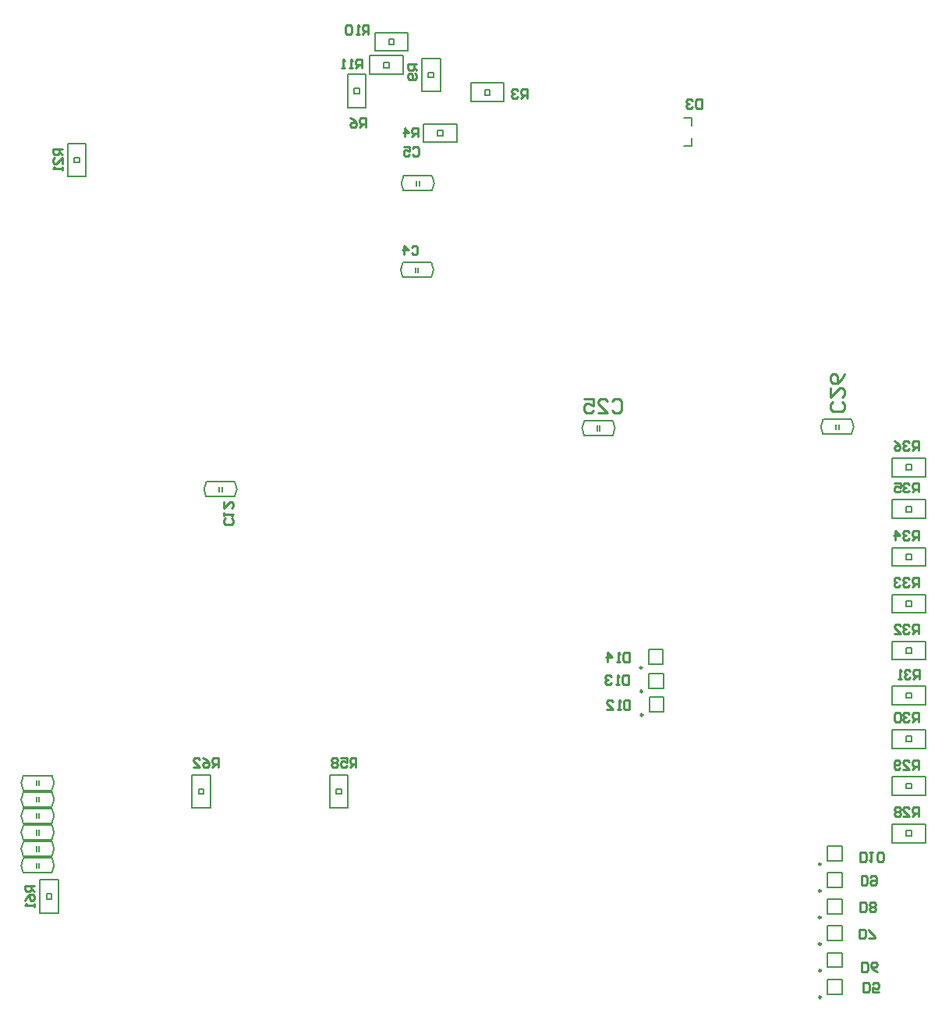
<source format=gbo>
G04*
G04 #@! TF.GenerationSoftware,Altium Limited,Altium Designer,20.0.13 (296)*
G04*
G04 Layer_Color=32896*
%FSLAX44Y44*%
%MOMM*%
G71*
G01*
G75*
%ADD10C,0.2500*%
%ADD12C,0.2000*%
%ADD13C,0.1500*%
%ADD18C,0.2540*%
D10*
X689250Y371900D02*
G03*
X689250Y371900I-1250J0D01*
G01*
X688400Y423180D02*
G03*
X688400Y423180I-1250J0D01*
G01*
X688650Y397540D02*
G03*
X688650Y397540I-1250J0D01*
G01*
X882650Y181250D02*
G03*
X882650Y181250I-1250J0D01*
G01*
Y65650D02*
G03*
X882650Y65650I-1250J0D01*
G01*
Y152350D02*
G03*
X882650Y152350I-1250J0D01*
G01*
Y210150D02*
G03*
X882650Y210150I-1250J0D01*
G01*
Y94550D02*
G03*
X882650Y94550I-1250J0D01*
G01*
Y123450D02*
G03*
X882650Y123450I-1250J0D01*
G01*
D12*
X712150Y375500D02*
Y391500D01*
X696550D02*
X712150D01*
X696550Y375500D02*
X712150D01*
X696550D02*
Y391500D01*
X711300Y426780D02*
Y442780D01*
X695700D02*
X711300D01*
X695700Y426780D02*
X711300D01*
X695700D02*
Y442780D01*
X711550Y401140D02*
Y417140D01*
X695950D02*
X711550D01*
X695950Y401140D02*
X711550D01*
X695950D02*
Y417140D01*
X905550Y184850D02*
Y200850D01*
X889950D02*
X905550D01*
X889950Y184850D02*
X905550D01*
X889950D02*
Y200850D01*
X905550Y69250D02*
Y85250D01*
X889950D02*
X905550D01*
X889950Y69250D02*
X905550D01*
X889950D02*
Y85250D01*
X905550Y155950D02*
Y171950D01*
X889950D02*
X905550D01*
X889950Y155950D02*
X905550D01*
X889950D02*
Y171950D01*
X905550Y213750D02*
Y229750D01*
X889950D02*
X905550D01*
X889950Y213750D02*
X905550D01*
X889950D02*
Y229750D01*
X905550Y98150D02*
Y114150D01*
X889950D02*
X905550D01*
X889950Y98150D02*
X905550D01*
X889950D02*
Y114150D01*
X905550Y127050D02*
Y143050D01*
X889950D02*
X905550D01*
X889950Y127050D02*
X905550D01*
X889950D02*
Y143050D01*
X733500Y989500D02*
X742500D01*
Y997500D01*
X733500Y1019500D02*
X742500D01*
Y1011500D02*
Y1019500D01*
D13*
X884900Y692400D02*
G03*
X884796Y676488I12064J-8036D01*
G01*
X915800Y676600D02*
G03*
X915904Y692513I-12064J8036D01*
G01*
X460300Y940850D02*
G03*
X460405Y956762I-12064J8036D01*
G01*
X429400Y956650D02*
G03*
X429296Y940738I12064J-8036D01*
G01*
X625650Y690900D02*
G03*
X625546Y674987I12064J-8036D01*
G01*
X656550Y675100D02*
G03*
X656655Y691012I-12064J8036D01*
G01*
X459600Y846850D02*
G03*
X459705Y862763I-12064J8036D01*
G01*
X428700Y862650D02*
G03*
X428595Y846738I12064J-8036D01*
G01*
X215150Y624650D02*
G03*
X215046Y608737I12064J-8036D01*
G01*
X246050Y608850D02*
G03*
X246154Y624762I-12064J8036D01*
G01*
X16650Y216650D02*
G03*
X16545Y200737I12064J-8036D01*
G01*
X47550Y200850D02*
G03*
X47655Y216763I-12064J8036D01*
G01*
X16650Y306150D02*
G03*
X16545Y290238I12064J-8036D01*
G01*
X47550Y290350D02*
G03*
X47655Y306262I-12064J8036D01*
G01*
X16650Y288250D02*
G03*
X16545Y272337I12064J-8036D01*
G01*
X47550Y272450D02*
G03*
X47655Y288363I-12064J8036D01*
G01*
X16650Y234550D02*
G03*
X16545Y218638I12064J-8036D01*
G01*
X47550Y218750D02*
G03*
X47655Y234663I-12064J8036D01*
G01*
X16650Y252450D02*
G03*
X16545Y236537I12064J-8036D01*
G01*
X47550Y236650D02*
G03*
X47655Y252563I-12064J8036D01*
G01*
X16650Y270350D02*
G03*
X16545Y254438I12064J-8036D01*
G01*
X47550Y254550D02*
G03*
X47655Y270463I-12064J8036D01*
G01*
X899100Y681900D02*
Y687200D01*
X901900Y681900D02*
Y687200D01*
X885000Y692500D02*
X915750D01*
X885000Y676500D02*
X915750D01*
X429500Y940750D02*
X460250D01*
X429500Y956750D02*
X460250D01*
X446400Y946150D02*
Y951450D01*
X443600Y946150D02*
Y951450D01*
X34750Y157000D02*
Y193000D01*
Y157000D02*
X54750D01*
X34750Y193000D02*
X54750D01*
Y157000D02*
Y193000D01*
X47500Y172250D02*
Y177750D01*
X41750Y172250D02*
X47500D01*
X41750D02*
Y177750D01*
X47500D01*
X84750Y956000D02*
Y992000D01*
X64750D02*
X84750D01*
X64750Y956000D02*
X84750D01*
X64750D02*
Y992000D01*
X72000Y971250D02*
Y976750D01*
X77750D01*
Y971250D02*
Y976750D01*
X72000Y971250D02*
X77750D01*
X639850Y680400D02*
Y685700D01*
X642650Y680400D02*
Y685700D01*
X625750Y691000D02*
X656500D01*
X625750Y675000D02*
X656500D01*
X445400Y852050D02*
Y857350D01*
X442600Y852050D02*
Y857350D01*
X428750Y846750D02*
X459500D01*
X428750Y862750D02*
X459500D01*
X349250Y271000D02*
Y307000D01*
Y271000D02*
X369250D01*
X349250Y307000D02*
X369250D01*
Y271000D02*
Y307000D01*
X362000Y286250D02*
Y291750D01*
X356250Y286250D02*
X362000D01*
X356250D02*
Y291750D01*
X362000D01*
X199750Y271000D02*
Y307000D01*
Y271000D02*
X219750D01*
X199750Y307000D02*
X219750D01*
Y271000D02*
Y307000D01*
X212500Y286250D02*
Y291750D01*
X206750Y286250D02*
X212500D01*
X206750D02*
Y291750D01*
X212500D01*
X392750Y1087000D02*
X428750D01*
X392750Y1067000D02*
Y1087000D01*
X428750Y1067000D02*
Y1087000D01*
X392750Y1067000D02*
X428750D01*
X408000Y1074250D02*
X413500D01*
X408000D02*
Y1080000D01*
X413500D01*
Y1074250D02*
Y1080000D01*
X388500Y1031000D02*
Y1067000D01*
X368500D02*
X388500D01*
X368500Y1031000D02*
X388500D01*
X368500D02*
Y1067000D01*
X375750Y1046250D02*
Y1051750D01*
X381500D01*
Y1046250D02*
Y1051750D01*
X375750Y1046250D02*
X381500D01*
X398250Y1112250D02*
X434250D01*
X398250Y1092250D02*
Y1112250D01*
X434250Y1092250D02*
Y1112250D01*
X398250Y1092250D02*
X434250D01*
X413500Y1099500D02*
X419000D01*
X413500D02*
Y1105250D01*
X419000D01*
Y1099500D02*
Y1105250D01*
X451250Y993000D02*
X487250D01*
Y1013000D01*
X451250Y993000D02*
Y1013000D01*
X487250D01*
X466500Y1005750D02*
X472000D01*
Y1000000D02*
Y1005750D01*
X466500Y1000000D02*
X472000D01*
X466500D02*
Y1005750D01*
X502250Y1037500D02*
X538250D01*
Y1057500D01*
X502250Y1037500D02*
Y1057500D01*
X538250D01*
X517500Y1050250D02*
X523000D01*
Y1044500D02*
Y1050250D01*
X517500Y1044500D02*
X523000D01*
X517500D02*
Y1050250D01*
X469250Y1048250D02*
Y1084250D01*
X449250D02*
X469250D01*
X449250Y1048250D02*
X469250D01*
X449250D02*
Y1084250D01*
X456500Y1063500D02*
Y1069000D01*
X462250D01*
Y1063500D02*
Y1069000D01*
X456500Y1063500D02*
X462250D01*
X229350Y614150D02*
Y619450D01*
X232150Y614150D02*
Y619450D01*
X215250Y624750D02*
X246000D01*
X215250Y608750D02*
X246000D01*
X30850Y206150D02*
Y211450D01*
X33650Y206150D02*
Y211450D01*
X16750Y216750D02*
X47500D01*
X16750Y200750D02*
X47500D01*
X30850Y295650D02*
Y300950D01*
X33650Y295650D02*
Y300950D01*
X16750Y306250D02*
X47500D01*
X16750Y290250D02*
X47500D01*
X30850Y277750D02*
Y283050D01*
X33650Y277750D02*
Y283050D01*
X16750Y288350D02*
X47500D01*
X16750Y272350D02*
X47500D01*
X30850Y224050D02*
Y229350D01*
X33650Y224050D02*
Y229350D01*
X16750Y234650D02*
X47500D01*
X16750Y218650D02*
X47500D01*
X30850Y241950D02*
Y247250D01*
X33650Y241950D02*
Y247250D01*
X16750Y252550D02*
X47500D01*
X16750Y236550D02*
X47500D01*
X30850Y259850D02*
Y265150D01*
X33650Y259850D02*
Y265150D01*
X16750Y270450D02*
X47500D01*
X16750Y254450D02*
X47500D01*
X960250Y253500D02*
X996250D01*
X960250Y233500D02*
Y253500D01*
X996250Y233500D02*
Y253500D01*
X960250Y233500D02*
X996250D01*
X975500Y240750D02*
X981000D01*
X975500D02*
Y246500D01*
X981000D01*
Y240750D02*
Y246500D01*
X960250Y304750D02*
X996250D01*
X960250Y284750D02*
Y304750D01*
X996250Y284750D02*
Y304750D01*
X960250Y284750D02*
X996250D01*
X975500Y292000D02*
X981000D01*
X975500D02*
Y297750D01*
X981000D01*
Y292000D02*
Y297750D01*
X960250Y355750D02*
X996250D01*
X960250Y335750D02*
Y355750D01*
X996250Y335750D02*
Y355750D01*
X960250Y335750D02*
X996250D01*
X975500Y343000D02*
X981000D01*
X975500D02*
Y348750D01*
X981000D01*
Y343000D02*
Y348750D01*
X960250Y403000D02*
X996250D01*
X960250Y383000D02*
Y403000D01*
X996250Y383000D02*
Y403000D01*
X960250Y383000D02*
X996250D01*
X975500Y390250D02*
X981000D01*
X975500D02*
Y396000D01*
X981000D01*
Y390250D02*
Y396000D01*
X960250Y451750D02*
X996250D01*
X960250Y431750D02*
Y451750D01*
X996250Y431750D02*
Y451750D01*
X960250Y431750D02*
X996250D01*
X975500Y439000D02*
X981000D01*
X975500D02*
Y444750D01*
X981000D01*
Y439000D02*
Y444750D01*
X960250Y502750D02*
X996250D01*
X960250Y482750D02*
Y502750D01*
X996250Y482750D02*
Y502750D01*
X960250Y482750D02*
X996250D01*
X975500Y490000D02*
X981000D01*
X975500D02*
Y495750D01*
X981000D01*
Y490000D02*
Y495750D01*
X960250Y553500D02*
X996250D01*
X960250Y533500D02*
Y553500D01*
X996250Y533500D02*
Y553500D01*
X960250Y533500D02*
X996250D01*
X975500Y540750D02*
X981000D01*
X975500D02*
Y546500D01*
X981000D01*
Y540750D02*
Y546500D01*
X960250Y605250D02*
X996250D01*
X960250Y585250D02*
Y605250D01*
X996250Y585250D02*
Y605250D01*
X960250Y585250D02*
X996250D01*
X975500Y592500D02*
X981000D01*
X975500D02*
Y598250D01*
X981000D01*
Y592500D02*
Y598250D01*
X960250Y650500D02*
X996250D01*
X960250Y630500D02*
Y650500D01*
X996250Y630500D02*
Y650500D01*
X960250Y630500D02*
X996250D01*
X975500Y637750D02*
X981000D01*
X975500D02*
Y643500D01*
X981000D01*
Y637750D02*
Y643500D01*
D18*
X905828Y711593D02*
X908368Y709054D01*
Y703976D01*
X905828Y701436D01*
X895672D01*
X893132Y703976D01*
Y709054D01*
X895672Y711593D01*
X893132Y726828D02*
Y716672D01*
X903289Y726828D01*
X905828D01*
X908368Y724289D01*
Y719211D01*
X905828Y716672D01*
X908368Y742063D02*
X905828Y736985D01*
X900750Y731907D01*
X895672D01*
X893132Y734446D01*
Y739524D01*
X895672Y742063D01*
X898211D01*
X900750Y739524D01*
Y731907D01*
X655537Y712144D02*
X658076Y714683D01*
X663155D01*
X665694Y712144D01*
Y701987D01*
X663155Y699448D01*
X658076D01*
X655537Y701987D01*
X640302Y699448D02*
X650459D01*
X640302Y709605D01*
Y712144D01*
X642841Y714683D01*
X647920D01*
X650459Y712144D01*
X625067Y714683D02*
X635224D01*
Y707066D01*
X630145Y709605D01*
X627606D01*
X625067Y707066D01*
Y701987D01*
X627606Y699448D01*
X632685D01*
X635224Y701987D01*
X228176Y315448D02*
Y325445D01*
X223178D01*
X221511Y323779D01*
Y320446D01*
X223178Y318780D01*
X228176D01*
X224844D02*
X221511Y315448D01*
X211515Y325445D02*
X214847Y323779D01*
X218179Y320446D01*
Y317114D01*
X216513Y315448D01*
X213181D01*
X211515Y317114D01*
Y318780D01*
X213181Y320446D01*
X218179D01*
X201518Y315448D02*
X208182D01*
X201518Y322113D01*
Y323779D01*
X203184Y325445D01*
X206516D01*
X208182Y323779D01*
X28498Y186913D02*
X18502D01*
Y181915D01*
X20168Y180248D01*
X23500D01*
X25166Y181915D01*
Y186913D01*
Y183581D02*
X28498Y180248D01*
X18502Y170252D02*
X20168Y173584D01*
X23500Y176916D01*
X26832D01*
X28498Y175250D01*
Y171918D01*
X26832Y170252D01*
X25166D01*
X23500Y171918D01*
Y176916D01*
X28498Y166919D02*
Y163587D01*
Y165253D01*
X18502D01*
X20168Y166919D01*
X377742Y315334D02*
Y325331D01*
X372744D01*
X371077Y323665D01*
Y320332D01*
X372744Y318666D01*
X377742D01*
X374410D02*
X371077Y315334D01*
X361081Y325331D02*
X367745D01*
Y320332D01*
X364413Y321998D01*
X362747D01*
X361081Y320332D01*
Y317000D01*
X362747Y315334D01*
X366079D01*
X367745Y317000D01*
X357748Y323665D02*
X356082Y325331D01*
X352750D01*
X351084Y323665D01*
Y321998D01*
X352750Y320332D01*
X351084Y318666D01*
Y317000D01*
X352750Y315334D01*
X356082D01*
X357748Y317000D01*
Y318666D01*
X356082Y320332D01*
X357748Y321998D01*
Y323665D01*
X356082Y320332D02*
X352750D01*
X988672Y658984D02*
Y668981D01*
X983674D01*
X982008Y667315D01*
Y663982D01*
X983674Y662316D01*
X988672D01*
X985340D02*
X982008Y658984D01*
X978675Y667315D02*
X977009Y668981D01*
X973677D01*
X972011Y667315D01*
Y665648D01*
X973677Y663982D01*
X975343D01*
X973677D01*
X972011Y662316D01*
Y660650D01*
X973677Y658984D01*
X977009D01*
X978675Y660650D01*
X962014Y668981D02*
X965346Y667315D01*
X968679Y663982D01*
Y660650D01*
X967012Y658984D01*
X963680D01*
X962014Y660650D01*
Y662316D01*
X963680Y663982D01*
X968679D01*
X988768Y613700D02*
Y623697D01*
X983770D01*
X982104Y622031D01*
Y618698D01*
X983770Y617032D01*
X988768D01*
X985436D02*
X982104Y613700D01*
X978771Y622031D02*
X977105Y623697D01*
X973773D01*
X972107Y622031D01*
Y620364D01*
X973773Y618698D01*
X975439D01*
X973773D01*
X972107Y617032D01*
Y615366D01*
X973773Y613700D01*
X977105D01*
X978771Y615366D01*
X962110Y623697D02*
X968774D01*
Y618698D01*
X965442Y620364D01*
X963776D01*
X962110Y618698D01*
Y615366D01*
X963776Y613700D01*
X967108D01*
X968774Y615366D01*
X988584Y561992D02*
Y571989D01*
X983586D01*
X981919Y570323D01*
Y566990D01*
X983586Y565324D01*
X988584D01*
X985252D02*
X981919Y561992D01*
X978587Y570323D02*
X976921Y571989D01*
X973589D01*
X971923Y570323D01*
Y568656D01*
X973589Y566990D01*
X975255D01*
X973589D01*
X971923Y565324D01*
Y563658D01*
X973589Y561992D01*
X976921D01*
X978587Y563658D01*
X963592Y561992D02*
Y571989D01*
X968590Y566990D01*
X961926D01*
X988640Y511066D02*
Y521063D01*
X983642D01*
X981975Y519397D01*
Y516064D01*
X983642Y514398D01*
X988640D01*
X985308D02*
X981975Y511066D01*
X978643Y519397D02*
X976977Y521063D01*
X973645D01*
X971979Y519397D01*
Y517730D01*
X973645Y516064D01*
X975311D01*
X973645D01*
X971979Y514398D01*
Y512732D01*
X973645Y511066D01*
X976977D01*
X978643Y512732D01*
X968646Y519397D02*
X966980Y521063D01*
X963648D01*
X961982Y519397D01*
Y517730D01*
X963648Y516064D01*
X965314D01*
X963648D01*
X961982Y514398D01*
Y512732D01*
X963648Y511066D01*
X966980D01*
X968646Y512732D01*
X988778Y460110D02*
Y470107D01*
X983780D01*
X982113Y468441D01*
Y465108D01*
X983780Y463442D01*
X988778D01*
X985446D02*
X982113Y460110D01*
X978781Y468441D02*
X977115Y470107D01*
X973783D01*
X972117Y468441D01*
Y466774D01*
X973783Y465108D01*
X975449D01*
X973783D01*
X972117Y463442D01*
Y461776D01*
X973783Y460110D01*
X977115D01*
X978781Y461776D01*
X962120Y460110D02*
X968784D01*
X962120Y466774D01*
Y468441D01*
X963786Y470107D01*
X967118D01*
X968784Y468441D01*
X989663Y411002D02*
Y420998D01*
X984665D01*
X982998Y419332D01*
Y416000D01*
X984665Y414334D01*
X989663D01*
X986331D02*
X982998Y411002D01*
X979666Y419332D02*
X978000Y420998D01*
X974668D01*
X973002Y419332D01*
Y417666D01*
X974668Y416000D01*
X976334D01*
X974668D01*
X973002Y414334D01*
Y412668D01*
X974668Y411002D01*
X978000D01*
X979666Y412668D01*
X969669Y411002D02*
X966337D01*
X968003D01*
Y420998D01*
X969669Y419332D01*
X988754Y364122D02*
Y374119D01*
X983756D01*
X982089Y372453D01*
Y369120D01*
X983756Y367454D01*
X988754D01*
X985422D02*
X982089Y364122D01*
X978757Y372453D02*
X977091Y374119D01*
X973759D01*
X972093Y372453D01*
Y370787D01*
X973759Y369120D01*
X975425D01*
X973759D01*
X972093Y367454D01*
Y365788D01*
X973759Y364122D01*
X977091D01*
X978757Y365788D01*
X968760Y372453D02*
X967094Y374119D01*
X963762D01*
X962096Y372453D01*
Y365788D01*
X963762Y364122D01*
X967094D01*
X968760Y365788D01*
Y372453D01*
X988666Y313024D02*
Y323021D01*
X983668D01*
X982001Y321355D01*
Y318022D01*
X983668Y316356D01*
X988666D01*
X985334D02*
X982001Y313024D01*
X972005D02*
X978669D01*
X972005Y319688D01*
Y321355D01*
X973671Y323021D01*
X977003D01*
X978669Y321355D01*
X968672Y314690D02*
X967006Y313024D01*
X963674D01*
X962008Y314690D01*
Y321355D01*
X963674Y323021D01*
X967006D01*
X968672Y321355D01*
Y319688D01*
X967006Y318022D01*
X962008D01*
X988738Y261910D02*
Y271907D01*
X983740D01*
X982074Y270241D01*
Y266908D01*
X983740Y265242D01*
X988738D01*
X985406D02*
X982074Y261910D01*
X972077D02*
X978741D01*
X972077Y268575D01*
Y270241D01*
X973743Y271907D01*
X977075D01*
X978741Y270241D01*
X968744D02*
X967078Y271907D01*
X963746D01*
X962080Y270241D01*
Y268575D01*
X963746Y266908D01*
X962080Y265242D01*
Y263576D01*
X963746Y261910D01*
X967078D01*
X968744Y263576D01*
Y265242D01*
X967078Y266908D01*
X968744Y268575D01*
Y270241D01*
X967078Y266908D02*
X963746D01*
X58998Y986163D02*
X49002D01*
Y981164D01*
X50668Y979498D01*
X54000D01*
X55666Y981164D01*
Y986163D01*
Y982831D02*
X58998Y979498D01*
Y969502D02*
Y976166D01*
X52334Y969502D01*
X50668D01*
X49002Y971168D01*
Y974500D01*
X50668Y976166D01*
X58998Y966169D02*
Y962837D01*
Y964503D01*
X49002D01*
X50668Y966169D01*
X384080Y1073502D02*
Y1083498D01*
X379081D01*
X377415Y1081832D01*
Y1078500D01*
X379081Y1076834D01*
X384080D01*
X380748D02*
X377415Y1073502D01*
X374083D02*
X370751D01*
X372417D01*
Y1083498D01*
X374083Y1081832D01*
X365752Y1073502D02*
X362420D01*
X364086D01*
Y1083498D01*
X365752Y1081832D01*
X391246Y1110252D02*
Y1120248D01*
X386248D01*
X384581Y1118582D01*
Y1115250D01*
X386248Y1113584D01*
X391246D01*
X387914D02*
X384581Y1110252D01*
X381249D02*
X377917D01*
X379583D01*
Y1120248D01*
X381249Y1118582D01*
X372919D02*
X371252Y1120248D01*
X367920D01*
X366254Y1118582D01*
Y1111918D01*
X367920Y1110252D01*
X371252D01*
X372919Y1111918D01*
Y1118582D01*
X443748Y1077831D02*
X433752D01*
Y1072832D01*
X435418Y1071166D01*
X438750D01*
X440416Y1072832D01*
Y1077831D01*
Y1074498D02*
X443748Y1071166D01*
X442082Y1067834D02*
X443748Y1066168D01*
Y1062835D01*
X442082Y1061169D01*
X435418D01*
X433752Y1062835D01*
Y1066168D01*
X435418Y1067834D01*
X437084D01*
X438750Y1066168D01*
Y1061169D01*
X388081Y1009752D02*
Y1019748D01*
X383082D01*
X381416Y1018082D01*
Y1014750D01*
X383082Y1013084D01*
X388081D01*
X384748D02*
X381416Y1009752D01*
X371419Y1019748D02*
X374752Y1018082D01*
X378084Y1014750D01*
Y1011418D01*
X376418Y1009752D01*
X373086D01*
X371419Y1011418D01*
Y1013084D01*
X373086Y1014750D01*
X378084D01*
X445331Y999002D02*
Y1008998D01*
X440332D01*
X438666Y1007332D01*
Y1004000D01*
X440332Y1002334D01*
X445331D01*
X441998D02*
X438666Y999002D01*
X430336D02*
Y1008998D01*
X435334Y1004000D01*
X428669D01*
X563581Y1041252D02*
Y1051248D01*
X558582D01*
X556916Y1049582D01*
Y1046250D01*
X558582Y1044584D01*
X563581D01*
X560248D02*
X556916Y1041252D01*
X553584Y1049582D02*
X551918Y1051248D01*
X548586D01*
X546919Y1049582D01*
Y1047916D01*
X548586Y1046250D01*
X550252D01*
X548586D01*
X546919Y1044584D01*
Y1042918D01*
X548586Y1041252D01*
X551918D01*
X553584Y1042918D01*
X674496Y439778D02*
Y429782D01*
X669498D01*
X667831Y431448D01*
Y438112D01*
X669498Y439778D01*
X674496D01*
X664499Y429782D02*
X661167D01*
X662833D01*
Y439778D01*
X664499Y438112D01*
X651170Y429782D02*
Y439778D01*
X656169Y434780D01*
X649504D01*
X673496Y415138D02*
Y405142D01*
X668498D01*
X666832Y406808D01*
Y413472D01*
X668498Y415138D01*
X673496D01*
X663499Y405142D02*
X660167D01*
X661833D01*
Y415138D01*
X663499Y413472D01*
X655169D02*
X653502Y415138D01*
X650170D01*
X648504Y413472D01*
Y411806D01*
X650170Y410140D01*
X651836D01*
X650170D01*
X648504Y408474D01*
Y406808D01*
X650170Y405142D01*
X653502D01*
X655169Y406808D01*
X674846Y387748D02*
Y377752D01*
X669848D01*
X668182Y379418D01*
Y386082D01*
X669848Y387748D01*
X674846D01*
X664849Y377752D02*
X661517D01*
X663183D01*
Y387748D01*
X664849Y386082D01*
X649854Y377752D02*
X656518D01*
X649854Y384416D01*
Y386082D01*
X651520Y387748D01*
X654852D01*
X656518Y386082D01*
X925254Y212751D02*
Y222748D01*
X930252D01*
X931918Y221082D01*
Y214417D01*
X930252Y212751D01*
X925254D01*
X935251Y222748D02*
X938583D01*
X936917D01*
Y212751D01*
X935251Y214417D01*
X943581D02*
X945247Y212751D01*
X948580D01*
X950246Y214417D01*
Y221082D01*
X948580Y222748D01*
X945247D01*
X943581Y221082D01*
Y214417D01*
X926419Y187601D02*
Y197598D01*
X931418D01*
X933084Y195932D01*
Y189268D01*
X931418Y187601D01*
X926419D01*
X936416Y195932D02*
X938082Y197598D01*
X941414D01*
X943081Y195932D01*
Y189268D01*
X941414Y187601D01*
X938082D01*
X936416Y189268D01*
Y190934D01*
X938082Y192600D01*
X943081D01*
X925519Y158451D02*
Y168448D01*
X930518D01*
X932184Y166782D01*
Y160118D01*
X930518Y158451D01*
X925519D01*
X935516Y160118D02*
X937182Y158451D01*
X940515D01*
X942181Y160118D01*
Y161784D01*
X940515Y163450D01*
X942181Y165116D01*
Y166782D01*
X940515Y168448D01*
X937182D01*
X935516Y166782D01*
Y165116D01*
X937182Y163450D01*
X935516Y161784D01*
Y160118D01*
X937182Y163450D02*
X940515D01*
X924419Y129551D02*
Y139548D01*
X929418D01*
X931084Y137882D01*
Y131218D01*
X929418Y129551D01*
X924419D01*
X934416D02*
X941081D01*
Y131218D01*
X934416Y137882D01*
Y139548D01*
X927019Y93152D02*
Y103148D01*
X932018D01*
X933684Y101482D01*
Y94818D01*
X932018Y93152D01*
X927019D01*
X943681D02*
X940348Y94818D01*
X937016Y98150D01*
Y101482D01*
X938682Y103148D01*
X942014D01*
X943681Y101482D01*
Y99816D01*
X942014Y98150D01*
X937016D01*
X928819Y71752D02*
Y81748D01*
X933818D01*
X935484Y80082D01*
Y73418D01*
X933818Y71752D01*
X928819D01*
X945481D02*
X938816D01*
Y76750D01*
X942148Y75084D01*
X943814D01*
X945481Y76750D01*
Y80082D01*
X943814Y81748D01*
X940482D01*
X938816Y80082D01*
X752930Y1040241D02*
Y1030244D01*
X747932D01*
X746265Y1031910D01*
Y1038575D01*
X747932Y1040241D01*
X752930D01*
X742933Y1038575D02*
X741267Y1040241D01*
X737935D01*
X736269Y1038575D01*
Y1036908D01*
X737935Y1035242D01*
X739601D01*
X737935D01*
X736269Y1033576D01*
Y1031910D01*
X737935Y1030244D01*
X741267D01*
X742933Y1031910D01*
X242332Y584919D02*
X243998Y583252D01*
Y579920D01*
X242332Y578254D01*
X235668D01*
X234002Y579920D01*
Y583252D01*
X235668Y584919D01*
X234002Y588251D02*
Y591583D01*
Y589917D01*
X243998D01*
X242332Y588251D01*
X234002Y603246D02*
Y596581D01*
X240666Y603246D01*
X242332D01*
X243998Y601580D01*
Y598248D01*
X242332Y596581D01*
X439416Y986332D02*
X441082Y987998D01*
X444414D01*
X446081Y986332D01*
Y979668D01*
X444414Y978002D01*
X441082D01*
X439416Y979668D01*
X429419Y987998D02*
X436084D01*
Y983000D01*
X432752Y984666D01*
X431086D01*
X429419Y983000D01*
Y979668D01*
X431086Y978002D01*
X434418D01*
X436084Y979668D01*
X437981Y879509D02*
X439648Y881175D01*
X442980D01*
X444646Y879509D01*
Y872844D01*
X442980Y871178D01*
X439648D01*
X437981Y872844D01*
X429651Y871178D02*
Y881175D01*
X434649Y876176D01*
X427985D01*
M02*

</source>
